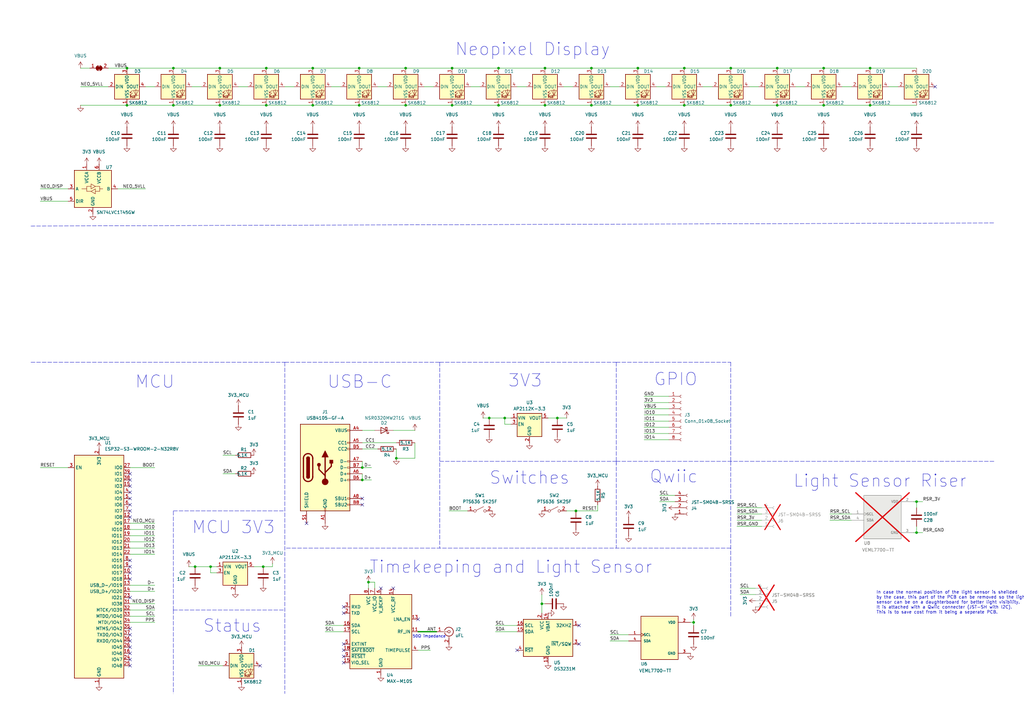
<source format=kicad_sch>
(kicad_sch (version 20231120) (generator "eeschema") (generator_version "8.0")
  (paper "A3")
  (title_block (title "Binary Neopixel Clock") (date "2024-03-11") (rev "R1") (company "besser"))
  (junction (at 147.32 27.94))
  (junction (at 109.22 27.94))
  (junction (at 52.07 27.94))
  (junction (at 299.72 43.18))
  (junction (at 151.13 238.76))
  (junction (at 200.66 171.45))
  (junction (at 109.22 43.18))
  (junction (at 148.59 196.85))
  (junction (at 284.48 255.27))
  (junction (at 207.01 171.45))
  (junction (at 80.01 232.41))
  (junction (at 299.72 27.94))
  (junction (at 185.42 43.18))
  (junction (at 222.25 247.65))
  (junction (at 337.82 27.94))
  (junction (at 223.52 27.94))
  (junction (at 356.87 27.94))
  (junction (at 223.52 43.18))
  (junction (at 318.77 27.94))
  (junction (at 71.12 27.94))
  (junction (at 280.67 43.18))
  (junction (at 166.37 27.94))
  (junction (at 261.62 43.18))
  (junction (at 148.59 191.77))
  (junction (at 90.17 27.94))
  (junction (at 242.57 43.18))
  (junction (at 128.27 43.18))
  (junction (at 242.57 27.94))
  (junction (at 71.12 43.18))
  (junction (at 280.67 27.94))
  (junction (at 236.22 209.55))
  (junction (at 204.47 43.18))
  (junction (at 356.87 43.18))
  (junction (at 162.56 187.96))
  (junction (at 128.27 27.94))
  (junction (at 90.17 43.18))
  (junction (at 166.37 43.18))
  (junction (at 52.07 43.18))
  (junction (at 261.62 27.94))
  (junction (at 337.82 43.18))
  (junction (at 147.32 43.18))
  (junction (at 204.47 27.94))
  (junction (at 86.36 232.41))
  (junction (at 107.95 232.41))
  (junction (at 318.77 43.18))
  (junction (at 375.92 205.74))
  (junction (at 185.42 27.94))
  (junction (at 228.6 171.45))
  (junction (at 375.92 218.44))
  (no_connect (at 53.34 229.87))
  (no_connect (at 161.29 241.3))
  (no_connect (at 237.49 264.16))
  (no_connect (at 53.34 245.11))
  (no_connect (at 53.34 232.41))
  (no_connect (at 53.34 273.05))
  (no_connect (at 106.68 273.05))
  (no_connect (at 140.97 248.92))
  (no_connect (at 140.97 264.16))
  (no_connect (at 140.97 271.78))
  (no_connect (at 53.34 209.55))
  (no_connect (at 237.49 256.54))
  (no_connect (at 140.97 269.24))
  (no_connect (at 383.54 35.56))
  (no_connect (at 53.34 207.01))
  (no_connect (at 53.34 199.39))
  (no_connect (at 140.97 266.7))
  (no_connect (at 171.45 254))
  (no_connect (at 125.73 214.63))
  (no_connect (at 53.34 270.51))
  (no_connect (at 53.34 267.97))
  (no_connect (at 53.34 234.95))
  (no_connect (at 53.34 260.35))
  (no_connect (at 53.34 194.31))
  (no_connect (at 212.09 266.7))
  (no_connect (at 148.59 204.47))
  (no_connect (at 140.97 251.46))
  (no_connect (at 53.34 237.49))
  (no_connect (at 53.34 212.09))
  (no_connect (at 156.21 241.3))
  (no_connect (at 53.34 204.47))
  (no_connect (at 53.34 265.43))
  (no_connect (at 53.34 257.81))
  (no_connect (at 148.59 207.01))
  (no_connect (at 53.34 196.85))
  (no_connect (at 53.34 262.89))
  (no_connect (at 53.34 201.93))
  (wire (pts (xy 261.62 43.18) (xy 280.67 43.18)))
  (wire (pts (xy 170.18 181.61) (xy 170.18 187.96)))
  (wire (pts (xy 90.17 27.94) (xy 109.22 27.94)))
  (wire (pts (xy 147.32 27.94) (xy 166.37 27.94)))
  (wire (pts (xy 71.12 43.18) (xy 90.17 43.18)))
  (wire (pts (xy 299.72 27.94) (xy 318.77 27.94)))
  (polyline (pts (xy 299.72 148.59) (xy 299.72 189.23)) (stroke (width 0) (type dash)))
  (wire (pts (xy 280.67 27.94) (xy 299.72 27.94)))
  (wire (pts (xy 276.86 203.2) (xy 270.51 203.2)))
  (wire (pts (xy 337.82 27.94) (xy 356.87 27.94)))
  (wire (pts (xy 171.45 259.08) (xy 179.07 259.08)) (stroke (width 0.508)))
  (wire (pts (xy 80.01 232.41) (xy 86.36 232.41)))
  (wire (pts (xy 91.44 194.31) (xy 96.52 194.31)))
  (wire (pts (xy 326.39 35.56) (xy 330.2 35.56)))
  (wire (pts (xy 148.59 191.77) (xy 152.4 191.77)))
  (wire (pts (xy 153.67 238.76) (xy 151.13 238.76)))
  (wire (pts (xy 97.79 35.56) (xy 101.6 35.56)))
  (wire (pts (xy 223.52 27.94) (xy 242.57 27.94)))
  (wire (pts (xy 140.97 259.08) (xy 133.35 259.08)))
  (wire (pts (xy 33.02 27.94) (xy 36.83 27.94)))
  (wire (pts (xy 375.92 205.74) (xy 375.92 208.28)))
  (wire (pts (xy 59.69 35.56) (xy 63.5 35.56)))
  (wire (pts (xy 109.22 27.94) (xy 128.27 27.94)))
  (wire (pts (xy 340.36 213.36) (xy 349.25 213.36)))
  (wire (pts (xy 374.65 205.74) (xy 375.92 205.74)))
  (wire (pts (xy 44.45 27.94) (xy 52.07 27.94)))
  (wire (pts (xy 312.42 210.82) (xy 302.26 210.82)))
  (wire (pts (xy 166.37 43.18) (xy 185.42 43.18)))
  (wire (pts (xy 33.02 35.56) (xy 44.45 35.56)))
  (wire (pts (xy 53.34 191.77) (xy 63.5 191.77)))
  (wire (pts (xy 166.37 27.94) (xy 185.42 27.94)))
  (wire (pts (xy 162.56 187.96) (xy 170.18 187.96)))
  (wire (pts (xy 173.99 35.56) (xy 177.8 35.56)))
  (wire (pts (xy 193.04 35.56) (xy 196.85 35.56)))
  (wire (pts (xy 53.34 222.25) (xy 63.5 222.25)))
  (wire (pts (xy 222.25 243.84) (xy 222.25 247.65)))
  (wire (pts (xy 375.92 215.9) (xy 375.92 218.44)))
  (wire (pts (xy 86.36 234.95) (xy 86.36 232.41)))
  (polyline (pts (xy 407.67 189.23) (xy 299.72 189.23)) (stroke (width 0) (type dash)))
  (wire (pts (xy 242.57 43.18) (xy 261.62 43.18)))
  (wire (pts (xy 33.02 43.18) (xy 52.07 43.18)))
  (wire (pts (xy 261.62 27.94) (xy 280.67 27.94)))
  (polyline (pts (xy 116.84 148.59) (xy 180.34 148.59)) (stroke (width 0) (type dash)))
  (wire (pts (xy 228.6 171.45) (xy 232.41 171.45)))
  (wire (pts (xy 116.84 35.56) (xy 120.65 35.56)))
  (wire (pts (xy 312.42 213.36) (xy 302.26 213.36)))
  (wire (pts (xy 185.42 43.18) (xy 204.47 43.18)))
  (wire (pts (xy 288.29 35.56) (xy 292.1 35.56)))
  (wire (pts (xy 274.32 172.72) (xy 264.16 172.72)))
  (polyline (pts (xy 116.84 148.59) (xy 116.84 284.48)) (stroke (width 0) (type dash)))
  (wire (pts (xy 53.34 214.63) (xy 63.5 214.63)))
  (wire (pts (xy 154.94 35.56) (xy 158.75 35.56)))
  (wire (pts (xy 274.32 170.18) (xy 264.16 170.18)))
  (wire (pts (xy 109.22 43.18) (xy 128.27 43.18)))
  (wire (pts (xy 148.59 176.53) (xy 153.67 176.53)))
  (wire (pts (xy 63.5 255.27) (xy 53.34 255.27)))
  (wire (pts (xy 284.48 256.54) (xy 284.48 255.27)))
  (wire (pts (xy 77.47 232.41) (xy 80.01 232.41)))
  (polyline (pts (xy 71.12 250.19) (xy 71.12 209.55)) (stroke (width 0) (type dash)))
  (wire (pts (xy 364.49 35.56) (xy 368.3 35.56)))
  (wire (pts (xy 274.32 180.34) (xy 264.16 180.34)))
  (wire (pts (xy 207.01 171.45) (xy 207.01 173.99)))
  (wire (pts (xy 345.44 35.56) (xy 349.25 35.56)))
  (wire (pts (xy 53.34 217.17) (xy 63.5 217.17)))
  (wire (pts (xy 299.72 43.18) (xy 318.77 43.18)))
  (wire (pts (xy 375.92 218.44) (xy 378.46 218.44)))
  (wire (pts (xy 250.19 260.35) (xy 257.81 260.35)))
  (polyline (pts (xy 12.7 148.59) (xy 116.84 148.59)) (stroke (width 0) (type dash)))
  (wire (pts (xy 207.01 173.99) (xy 209.55 173.99)))
  (wire (pts (xy 274.32 165.1) (xy 264.16 165.1)))
  (wire (pts (xy 307.34 35.56) (xy 311.15 35.56)))
  (wire (pts (xy 274.32 175.26) (xy 264.16 175.26)))
  (wire (pts (xy 104.14 232.41) (xy 107.95 232.41)))
  (wire (pts (xy 264.16 162.56) (xy 274.32 162.56)))
  (wire (pts (xy 147.32 43.18) (xy 166.37 43.18)))
  (wire (pts (xy 250.19 35.56) (xy 254 35.56)))
  (wire (pts (xy 222.25 247.65) (xy 222.25 251.46)))
  (wire (pts (xy 151.13 238.76) (xy 151.13 241.3)))
  (wire (pts (xy 148.59 194.31) (xy 148.59 196.85)))
  (wire (pts (xy 312.42 208.28) (xy 302.26 208.28)))
  (wire (pts (xy 303.53 243.84) (xy 309.88 243.84)))
  (wire (pts (xy 53.34 227.33) (xy 63.5 227.33)))
  (wire (pts (xy 340.36 210.82) (xy 349.25 210.82)))
  (wire (pts (xy 198.12 171.45) (xy 200.66 171.45)))
  (wire (pts (xy 203.2 259.08) (xy 212.09 259.08)))
  (wire (pts (xy 318.77 27.94) (xy 337.82 27.94)))
  (wire (pts (xy 53.34 224.79) (xy 63.5 224.79)))
  (wire (pts (xy 107.95 232.41) (xy 111.76 232.41)))
  (polyline (pts (xy 252.73 189.23) (xy 299.72 189.23)) (stroke (width 0) (type dash)))
  (polyline (pts (xy 180.34 189.23) (xy 252.73 189.23)) (stroke (width 0) (type dash)))
  (wire (pts (xy 337.82 43.18) (xy 356.87 43.18)))
  (wire (pts (xy 86.36 232.41) (xy 88.9 232.41)))
  (wire (pts (xy 135.89 35.56) (xy 139.7 35.56)))
  (wire (pts (xy 204.47 43.18) (xy 223.52 43.18)))
  (polyline (pts (xy 12.7 92.71) (xy 407.67 91.44)) (stroke (width 0) (type dash)))
  (wire (pts (xy 53.34 242.57) (xy 63.5 242.57)))
  (polyline (pts (xy 71.12 250.19) (xy 116.84 250.19)) (stroke (width 0) (type dash)))
  (wire (pts (xy 309.88 241.3) (xy 303.53 241.3)))
  (wire (pts (xy 133.35 256.54) (xy 140.97 256.54)))
  (wire (pts (xy 148.59 196.85) (xy 152.4 196.85)))
  (wire (pts (xy 250.19 262.89) (xy 257.81 262.89)))
  (wire (pts (xy 161.29 176.53) (xy 170.18 176.53)))
  (polyline (pts (xy 299.72 224.79) (xy 116.84 224.79)) (stroke (width 0) (type dash)))
  (wire (pts (xy 91.44 186.69) (xy 96.52 186.69)))
  (wire (pts (xy 185.42 27.94) (xy 204.47 27.94)))
  (wire (pts (xy 90.17 43.18) (xy 109.22 43.18)))
  (wire (pts (xy 245.11 209.55) (xy 236.22 209.55)))
  (wire (pts (xy 204.47 27.94) (xy 223.52 27.94)))
  (wire (pts (xy 171.45 266.7) (xy 176.53 266.7)))
  (wire (pts (xy 356.87 27.94) (xy 375.92 27.94)))
  (wire (pts (xy 16.51 82.55) (xy 27.94 82.55)))
  (wire (pts (xy 53.34 240.03) (xy 63.5 240.03)))
  (wire (pts (xy 48.26 77.47) (xy 59.69 77.47)))
  (wire (pts (xy 71.12 27.94) (xy 90.17 27.94)))
  (wire (pts (xy 312.42 215.9) (xy 302.26 215.9)))
  (wire (pts (xy 78.74 35.56) (xy 82.55 35.56)))
  (wire (pts (xy 212.09 35.56) (xy 215.9 35.56)))
  (wire (pts (xy 148.59 184.15) (xy 154.94 184.15)))
  (wire (pts (xy 356.87 43.18) (xy 375.92 43.18)))
  (wire (pts (xy 53.34 247.65) (xy 63.5 247.65)))
  (wire (pts (xy 224.79 171.45) (xy 228.6 171.45)))
  (wire (pts (xy 53.34 250.19) (xy 63.5 250.19)))
  (wire (pts (xy 223.52 247.65) (xy 222.25 247.65)))
  (wire (pts (xy 269.24 35.56) (xy 273.05 35.56)))
  (wire (pts (xy 128.27 27.94) (xy 147.32 27.94)))
  (polyline (pts (xy 252.73 189.23) (xy 252.73 224.79)) (stroke (width 0) (type dash)))
  (polyline (pts (xy 71.12 209.55) (xy 116.84 209.55)) (stroke (width 0) (type dash)))
  (wire (pts (xy 111.76 231.14) (xy 111.76 232.41)))
  (wire (pts (xy 200.66 171.45) (xy 207.01 171.45)))
  (wire (pts (xy 284.48 254) (xy 284.48 255.27)))
  (wire (pts (xy 16.51 191.77) (xy 27.94 191.77)))
  (wire (pts (xy 16.51 77.47) (xy 27.94 77.47)))
  (wire (pts (xy 283.21 255.27) (xy 284.48 255.27)))
  (wire (pts (xy 242.57 27.94) (xy 261.62 27.94)))
  (wire (pts (xy 207.01 171.45) (xy 209.55 171.45)))
  (wire (pts (xy 245.11 207.01) (xy 245.11 209.55)))
  (wire (pts (xy 212.09 256.54) (xy 203.2 256.54)))
  (wire (pts (xy 148.59 181.61) (xy 162.56 181.61)))
  (wire (pts (xy 153.67 241.3) (xy 153.67 238.76)))
  (polyline (pts (xy 299.72 189.23) (xy 299.72 224.79)) (stroke (width 0) (type dash)))
  (wire (pts (xy 280.67 43.18) (xy 299.72 43.18)))
  (wire (pts (xy 53.34 219.71) (xy 63.5 219.71)))
  (wire (pts (xy 128.27 43.18) (xy 147.32 43.18)))
  (wire (pts (xy 374.65 218.44) (xy 375.92 218.44)))
  (wire (pts (xy 231.14 35.56) (xy 234.95 35.56)))
  (wire (pts (xy 270.51 205.74) (xy 276.86 205.74)))
  (polyline (pts (xy 252.73 148.59) (xy 299.72 148.59)) (stroke (width 0) (type dash)))
  (wire (pts (xy 52.07 43.18) (xy 71.12 43.18)))
  (wire (pts (xy 223.52 43.18) (xy 242.57 43.18)))
  (wire (pts (xy 162.56 184.15) (xy 162.56 187.96)))
  (wire (pts (xy 53.34 252.73) (xy 63.5 252.73)))
  (wire (pts (xy 191.77 209.55) (xy 184.15 209.55)))
  (wire (pts (xy 148.59 189.23) (xy 148.59 191.77)))
  (wire (pts (xy 232.41 209.55) (xy 236.22 209.55)))
  (wire (pts (xy 88.9 234.95) (xy 86.36 234.95)))
  (polyline (pts (xy 180.34 148.59) (xy 252.73 148.59)) (stroke (width 0) (type dash)))
  (polyline (pts (xy 180.34 148.59) (xy 180.34 224.79)) (stroke (width 0) (type dash)))
  (wire (pts (xy 375.92 205.74) (xy 378.46 205.74)))
  (wire (pts (xy 274.32 177.8) (xy 264.16 177.8)))
  (wire (pts (xy 81.28 273.05) (xy 91.44 273.05)))
  (polyline (pts (xy 299.72 252.73) (xy 299.72 224.79)) (stroke (width 0) (type dash)))
  (polyline (pts (xy 252.73 148.59) (xy 252.73 190.5)) (stroke (width 0) (type dash)))
  (wire (pts (xy 318.77 43.18) (xy 337.82 43.18)))
  (polyline (pts (xy 71.12 250.19) (xy 71.12 284.48)) (stroke (width 0) (type dash)))
  (wire (pts (xy 274.32 167.64) (xy 264.16 167.64)))
  (wire (pts (xy 52.07 27.94) (xy 71.12 27.94)))
  (text "Neopixel Display" (at 218.44 20.32 0) (effects (font (size 5.08 5.08))))
  (text "MCU 3V3" (at 95.758 216.408 0) (effects (font (size 5.08 5.08))))
  (text "50Ω impedance" (at 176.022 261.112 0) (effects (font (size 1.143 1.143))))
  (text "In case the normal position of the light sensor is sheilded \nby the case, this part of the PCB can be removed so the light\nsensor can be on a daughterboard for better light visibility. \nIt is attached with a Qwiic connecter (JST-SH with I2C).\nThis is to save cost from it being a seperate PCB.\n" (at 359.41 247.142 0) (effects (font (size 1.27 1.27)) (justify left)))
  (text "GPIO" (at 277.114 155.702 0) (effects (font (size 5.08 5.08))))
  (text "USB-C\n" (at 147.574 156.718 0) (effects (font (size 5.08 5.08))))
  (text "3V3" (at 215.392 156.21 0) (effects (font (size 5.08 5.08))))
  (text "Timekeeping and Light Sensor\n" (at 209.55 232.664 0) (effects (font (size 5.08 5.08))))
  (text "MCU" (at 63.5 156.718 0) (effects (font (size 5.08 5.08))))
  (text "Status" (at 95.25 256.794 0) (effects (font (size 5.08 5.08))))
  (text "Qwiic\n" (at 276.352 195.58 0) (effects (font (size 5.08 5.08))))
  (text "Light Sensor Riser" (at 360.934 197.358 0) (effects (font (size 5.08 5.08))))
  (text "Switches" (at 217.17 196.088 0) (effects (font (size 5.08 5.08))))
  (label "RSR_SDA" (at 302.26 210.82 0))
  (label "IO13" (at 264.16 177.8 0))
  (label "SCL" (at 203.2 256.54 0))
  (label "D+" (at 152.4 196.85 180))
  (label "SDA" (at 91.44 194.31 0))
  (label "NEO_MCU" (at 63.5 214.63 180))
  (label "VBUS" (at 46.99 27.94 0))
  (label "D-" (at 63.5 240.03 180))
  (label "VBUS" (at 16.51 82.55 0))
  (label "PPS" (at 176.53 266.7 180))
  (label "SCL" (at 63.5 252.73 180))
  (label "RSR_SCL" (at 302.26 208.28 0))
  (label "RESET" (at 16.51 191.77 0))
  (label "RSR_3V" (at 378.46 205.74 0))
  (label "BOOT" (at 184.15 209.55 0))
  (label "RSR_SCL" (at 340.36 210.82 0))
  (label "IO11" (at 63.5 219.71 180))
  (label "SDA" (at 203.2 259.08 0))
  (label "NEO_5VLL" (at 33.02 35.56 0))
  (label "PPS" (at 63.5 255.27 180))
  (label "RSR_3V" (at 302.26 213.36 0))
  (label "SDA" (at 270.51 205.74 0))
  (label "D+" (at 63.5 242.57 180))
  (label "SDA" (at 303.53 243.84 0))
  (label "RSR_GND" (at 378.46 218.44 0))
  (label "RESET" (at 238.76 209.55 0))
  (label "NEO_DISP" (at 63.5 247.65 180))
  (label "3V3" (at 264.16 165.1 0))
  (label "IO12" (at 264.16 175.26 0))
  (label "SCL" (at 270.51 203.2 0))
  (label "BOOT" (at 63.5 191.77 180))
  (label "GND" (at 264.16 162.56 0))
  (label "NEO_DISP" (at 16.51 77.47 0))
  (label "VBUS" (at 264.16 167.64 0))
  (label "IO10" (at 264.16 170.18 0))
  (label "NEO_MCU" (at 81.28 273.05 0))
  (label "RSR_SDA" (at 340.36 213.36 0))
  (label "CC2" (at 149.86 184.15 0))
  (label "SCL" (at 303.53 241.3 0))
  (label "IO12" (at 63.5 222.25 180))
  (label "IO14" (at 264.16 180.34 0))
  (label "D-" (at 152.4 191.77 180))
  (label "SDA" (at 63.5 250.19 180))
  (label "SDA" (at 250.19 262.89 0))
  (label "SCL" (at 250.19 260.35 0))
  (label "CC1" (at 149.86 181.61 0))
  (label "SCL" (at 91.44 186.69 0))
  (label "IO11" (at 264.16 172.72 0))
  (label "ANT" (at 175.26 259.08 0))
  (label "SCL" (at 133.35 259.08 0))
  (label "SDA" (at 133.35 256.54 0))
  (label "RSR_GND" (at 302.26 215.9 0))
  (label "IO13" (at 63.5 224.79 180))
  (label "IO14" (at 63.5 227.33 180))
  (label "IO10" (at 63.5 217.17 180))
  (label "NEO_5VLL" (at 59.69 77.47 180))
  (symbol (lib_id "power:GND") (at 147.32 59.69 0) (mirror y) (unit 1)
    (property "Reference" "#PWR0145" (effects (hide yes)))
    (property "Value" "GND" (effects (hide yes)))
    (property "Description" "Power symbol creates a global label with name \"GND\" , ground" (effects (hide yes)))
  )
  (symbol (lib_id "power:GND") (at 33.02 43.18 0) (unit 1)
    (property "Reference" "#PWR0136" (effects (hide yes)))
    (property "Value" "GND" (effects (hide yes)))
    (property "Description" "Power symbol creates a global label with name \"GND\" , ground" (effects (hide yes)))
  )
  (symbol (lib_id "power:VBUS") (at 33.02 27.94 0) (unit 1)
    (property "Reference" "#PWR0135" (effects (hide yes)))
    (property "Value" "VBUS" (at 33.02 22.86 0))
    (property "Description" "Power symbol creates a global label with name \"VBUS\"" (effects (hide yes)))
  )
  (symbol (lib_id "power:GND") (at 156.21 276.86 0) (mirror y) (unit 1)
    (property "Reference" "#PWR0118" (effects (hide yes)))
    (property "Value" "GND" (effects (hide yes)))
    (property "Description" "Power symbol creates a global label with name \"GND\" , ground" (effects (hide yes)))
  )
  (symbol (lib_id "power:GND") (at 217.17 181.61 0) (unit 1)
    (property "Reference" "#PWR0116" (effects (hide yes)))
    (property "Value" "GND" (effects (hide yes)))
    (property "Description" "Power symbol creates a global label with name \"GND\" , ground" (effects (hide yes)))
  )
  (symbol (lib_id "LED:SK6812") (at 318.77 35.56 0) (unit 1)
    (property "Reference" "D17" (at 323.088 29.21 0))
    (property "Value" "SK6812" (at 323.342 42.164 0))
    (property "Footprint" "LED_SMD:LED_SK6812_PLCC4_5.0x5.0mm_P3.2mm" (effects (hide yes)))
    (property "Datasheet" "https://cdn-shop.adafruit.com/product-files/1138/SK6812+LED+datasheet+.pdf" (effects (hide yes)))
    (property "Description" "RGB LED with integrated controller" (effects (hide yes)))
  )
  (symbol (lib_id "Regulator_Linear:AP2112K-3.3") (at 96.52 234.95 0) (unit 1)
    (property "Reference" "U2" (at 96.52 226.06 0))
    (property "Value" "AP2112K-3.3" (at 96.52 228.6 0))
    (property "Footprint" "Package_TO_SOT_SMD:SOT-23-5" (effects (hide yes)))
    (property "Datasheet" "https://www.diodes.com/assets/Datasheets/AP2112.pdf" (effects (hide yes)))
    (property "Description" "600mA low dropout linear regulator, with enable pin, 3.8V-6V input voltage range, 3.3V fixed positive output, SOT-23-5" (effects (hide yes)))
  )
  (symbol (lib_id "Device:C") (at 90.17 55.88 0) (mirror x) (unit 1)
    (property "Reference" "C12" (at 87.376 54.61 0) (effects (justify right)))
    (property "Value" "100nF" (at 87.376 57.15 0) (effects (justify right)))
    (property "Footprint" "Capacitor_SMD:C_0603_1608Metric" (effects (hide yes)))
    (property "Description" "Unpolarized capacitor" (effects (hide yes)))
  )
  (symbol (lib_id "LED:SK6812") (at 204.47 35.56 0) (unit 1)
    (property "Reference" "D11" (at 208.788 29.21 0))
    (property "Value" "SK6812" (at 209.042 42.164 0))
    (property "Footprint" "LED_SMD:LED_SK6812_PLCC4_5.0x5.0mm_P3.2mm" (effects (hide yes)))
    (property "Datasheet" "https://cdn-shop.adafruit.com/product-files/1138/SK6812+LED+datasheet+.pdf" (effects (hide yes)))
    (property "Description" "RGB LED with integrated controller" (effects (hide yes)))
  )
  (symbol (lib_id "power:GND") (at 204.47 59.69 0) (mirror y) (unit 1)
    (property "Reference" "#PWR0164" (effects (hide yes)))
    (property "Value" "GND" (effects (hide yes)))
    (property "Description" "Power symbol creates a global label with name \"GND\" , ground" (effects (hide yes)))
  )
  (symbol (lib_id "power:GND") (at 299.72 59.69 0) (mirror y) (unit 1)
    (property "Reference" "#PWR0143" (effects (hide yes)))
    (property "Value" "GND" (effects (hide yes)))
    (property "Description" "Power symbol creates a global label with name \"GND\" , ground" (effects (hide yes)))
  )
  (symbol (lib_id "LED:SK6812") (at 99.06 273.05 0) (unit 1)
    (property "Reference" "D1" (at 103.378 266.7 0))
    (property "Value" "SK6812" (at 103.632 279.654 0))
    (property "Footprint" "LED_SMD:LED_SK6812_PLCC4_5.0x5.0mm_P3.2mm" (effects (hide yes)))
    (property "Datasheet" "https://cdn-shop.adafruit.com/product-files/1138/SK6812+LED+datasheet+.pdf" (effects (hide yes)))
    (property "Description" "RGB LED with integrated controller" (effects (hide yes)))
  )
  (symbol (lib_id "power:+5V") (at 128.27 52.07 0) (unit 1)
    (property "Reference" "#PWR0140" (effects (hide yes)))
    (property "Value" "VBUS" (at 128.27 46.99 0))
    (property "Description" "Power symbol creates a global label with name \"+5V\"" (effects (hide yes)))
  )
  (symbol (lib_id "power:GND") (at 309.88 248.92 0) (unit 1)
    (property "Reference" "#PWR04" (effects (hide yes)))
    (property "Value" "GND" (effects (hide yes)))
    (property "Description" "Power symbol creates a global label with name \"GND\" , ground" (effects (hide yes)))
  )
  (symbol (lib_id "Device:C") (at 80.01 236.22 0) (mirror x) (unit 1)
    (property "Reference" "C2" (at 76.2 234.9499 0) (effects (justify right)))
    (property "Value" "1uF" (at 76.2 237.4899 0) (effects (justify right)))
    (property "Footprint" "Capacitor_SMD:C_0603_1608Metric" (effects (hide yes)))
    (property "Description" "Unpolarized capacitor" (effects (hide yes)))
  )
  (symbol (lib_id "Device:C") (at 166.37 55.88 0) (mirror x) (unit 1)
    (property "Reference" "C16" (at 163.576 54.61 0) (effects (justify right)))
    (property "Value" "100nF" (at 163.576 57.15 0) (effects (justify right)))
    (property "Footprint" "Capacitor_SMD:C_0603_1608Metric" (effects (hide yes)))
    (property "Description" "Unpolarized capacitor" (effects (hide yes)))
  )
  (symbol (lib_id "LED:SK6812") (at 375.92 35.56 0) (unit 1)
    (property "Reference" "D20" (at 380.238 29.21 0))
    (property "Value" "SK6812" (at 380.492 42.164 0))
    (property "Footprint" "LED_SMD:LED_SK6812_PLCC4_5.0x5.0mm_P3.2mm" (effects (hide yes)))
    (property "Datasheet" "https://cdn-shop.adafruit.com/product-files/1138/SK6812+LED+datasheet+.pdf" (effects (hide yes)))
    (property "Description" "RGB LED with integrated controller" (effects (hide yes)))
  )
  (symbol (lib_id "power:GND") (at 231.14 247.65 0) (unit 1)
    (property "Reference" "#PWR0109" (effects (hide yes)))
    (property "Value" "GND" (effects (hide yes)))
    (property "Description" "Power symbol creates a global label with name \"GND\" , ground" (effects (hide yes)))
  )
  (symbol (lib_id "power:GND") (at 99.06 280.67 0) (mirror y) (unit 1)
    (property "Reference" "#PWR0165" (effects (hide yes)))
    (property "Value" "GND" (effects (hide yes)))
    (property "Description" "Power symbol creates a global label with name \"GND\" , ground" (effects (hide yes)))
  )
  (symbol (lib_id "Logic_LevelTranslator:SN74LVC1T45DRL") (at 38.1 77.47 0) (unit 1)
    (property "Reference" "U7" (at 44.704 68.58 0))
    (property "Value" "SN74LVC1T45GW" (at 47.498 87.122 0))
    (property "Footprint" "Package_TO_SOT_SMD:SOT-363_SC-70-6" (effects (hide yes)))
    (property "Datasheet" "http://www.ti.com/lit/ds/symlink/sn74lvc1t45.pdf" (effects (hide yes)))
    (property "Description" "Single-Bit Dual-Supply Bus Transceiver With Configurable Voltage Translation and 3-State Outputs, SOT-563" (effects (hide yes)))
  )
  (symbol (lib_id "power:+3V3") (at 284.48 254 0) (unit 1)
    (property "Reference" "#PWR0103" (effects (hide yes)))
    (property "Value" "3V3" (at 284.48 249.682 0))
    (property "Description" "Power symbol creates a global label with name \"+3V3\"" (effects (hide yes)))
  )
  (symbol (lib_id "power:+5V") (at 299.72 52.07 0) (unit 1)
    (property "Reference" "#PWR0137" (effects (hide yes)))
    (property "Value" "VBUS" (at 299.72 46.99 0))
    (property "Description" "Power symbol creates a global label with name \"+5V\"" (effects (hide yes)))
  )
  (symbol (lib_id "Device:C") (at 227.33 247.65 90) (mirror x) (unit 1)
    (property "Reference" "C6" (at 228.6 244.856 0) (effects (justify right)))
    (property "Value" "100nF" (at 226.06 244.856 0) (effects (justify right)))
    (property "Footprint" "Capacitor_SMD:C_0603_1608Metric" (effects (hide yes)))
    (property "Description" "Unpolarized capacitor" (effects (hide yes)))
  )
  (symbol (lib_id "power:GND") (at 280.67 59.69 0) (mirror y) (unit 1)
    (property "Reference" "#PWR0153" (effects (hide yes)))
    (property "Value" "GND" (effects (hide yes)))
    (property "Description" "Power symbol creates a global label with name \"GND\" , ground" (effects (hide yes)))
  )
  (symbol (lib_id "power:+5V") (at 185.42 52.07 0) (unit 1)
    (property "Reference" "#PWR0159" (effects (hide yes)))
    (property "Value" "VBUS" (at 185.42 46.99 0))
    (property "Description" "Power symbol creates a global label with name \"+5V\"" (effects (hide yes)))
  )
  (symbol (lib_id "power:+3V3") (at 309.88 246.38 90) (unit 1)
    (property "Reference" "#PWR03" (effects (hide yes)))
    (property "Value" "3V3" (at 305.562 246.38 0))
    (property "Description" "Power symbol creates a global label with name \"+3V3\"" (effects (hide yes)))
  )
  (symbol (lib_id "Device:C") (at 228.6 175.26 0) (unit 1)
    (property "Reference" "C5" (at 232.41 173.99 0) (effects (justify left)))
    (property "Value" "1uF" (at 232.41 176.53 0) (effects (justify left)))
    (property "Footprint" "Capacitor_SMD:C_0603_1608Metric" (effects (hide yes)))
    (property "Description" "Unpolarized capacitor" (effects (hide yes)))
  )
  (symbol (lib_id "RF_GPS:MAX-M10S") (at 156.21 259.08 0) (unit 1)
    (property "Reference" "U4" (at 158.5334 276.86 0) (effects (justify left)))
    (property "Value" "MAX-M10S" (at 158.5334 279.4 0) (effects (justify left)))
    (property "Footprint" "RF_GPS:ublox_MAX" (effects (hide yes)))
    (property "Datasheet" "https://content.u-blox.com/sites/default/files/MAX-M10S_DataSheet_UBX-20035208.pdf" (effects (hide yes)))
    (property "Description" "GNSS Module MAX M10, VCC 1.65V to 3.6V" (effects (hide yes)))
  )
  (symbol (lib_id "power:+3V3") (at 35.56 67.31 0) (unit 1)
    (property "Reference" "#PWR0129" (effects (hide yes)))
    (property "Value" "3V3" (at 35.56 62.23 0))
    (property "Description" "Power symbol creates a global label with name \"+3V3\"" (effects (hide yes)))
  )
  (symbol (lib_id "Device:R") (at 100.33 194.31 90) (unit 1)
    (property "Reference" "R2" (at 101.346 192.024 90) (effects (justify left)))
    (property "Value" "5.1K" (at 101.6 194.31 90) (effects (justify left)))
    (property "Footprint" "Capacitor_SMD:C_0603_1608Metric" (effects (hide yes)))
    (property "Description" "Resistor" (effects (hide yes)))
  )
  (symbol (lib_id "power:GND") (at 261.62 59.69 0) (mirror y) (unit 1)
    (property "Reference" "#PWR0156" (effects (hide yes)))
    (property "Value" "GND" (effects (hide yes)))
    (property "Description" "Power symbol creates a global label with name \"GND\" , ground" (effects (hide yes)))
  )
  (symbol (lib_id "LED:SK6812") (at 128.27 35.56 0) (unit 1)
    (property "Reference" "D7" (at 132.588 29.21 0))
    (property "Value" "SK6812" (at 132.842 42.164 0))
    (property "Footprint" "LED_SMD:LED_SK6812_PLCC4_5.0x5.0mm_P3.2mm" (effects (hide yes)))
    (property "Datasheet" "https://cdn-shop.adafruit.com/product-files/1138/SK6812+LED+datasheet+.pdf" (effects (hide yes)))
    (property "Description" "RGB LED with integrated controller" (effects (hide yes)))
  )
  (symbol (lib_id "power:+3V3") (at 245.11 199.39 0) (unit 1)
    (property "Reference" "#PWR0119" (effects (hide yes)))
    (property "Value" "3V3_MCU" (at 245.11 195.072 0))
    (property "Description" "Power symbol creates a global label with name \"+3V3\"" (effects (hide yes)))
  )
  (symbol (lib_id "power:GND") (at 38.1 87.63 0) (unit 1)
    (property "Reference" "#PWR0130" (effects (hide yes)))
    (property "Value" "GND" (effects (hide yes)))
    (property "Description" "Power symbol creates a global label with name \"GND\" , ground" (effects (hide yes)))
  )
  (symbol (lib_id "power:GND") (at 185.42 59.69 0) (mirror y) (unit 1)
    (property "Reference" "#PWR0160" (effects (hide yes)))
    (property "Value" "GND" (effects (hide yes)))
    (property "Description" "Power symbol creates a global label with name \"GND\" , ground" (effects (hide yes)))
  )
  (symbol (lib_id "power:GND") (at 283.21 267.97 0) (unit 1)
    (property "Reference" "#PWR0102" (effects (hide yes)))
    (property "Value" "GND" (effects (hide yes)))
    (property "Description" "Power symbol creates a global label with name \"GND\" , ground" (effects (hide yes)))
  )
  (symbol (lib_id "Device:C") (at 147.32 55.88 0) (mirror x) (unit 1)
    (property "Reference" "C15" (at 144.526 54.61 0) (effects (justify right)))
    (property "Value" "100nF" (at 144.526 57.15 0) (effects (justify right)))
    (property "Footprint" "Capacitor_SMD:C_0603_1608Metric" (effects (hide yes)))
    (property "Description" "Unpolarized capacitor" (effects (hide yes)))
  )
  (symbol (lib_id "LED:SK6812") (at 90.17 35.56 0) (unit 1)
    (property "Reference" "D5" (at 94.488 29.21 0))
    (property "Value" "SK6812" (at 94.742 42.164 0))
    (property "Footprint" "LED_SMD:LED_SK6812_PLCC4_5.0x5.0mm_P3.2mm" (effects (hide yes)))
    (property "Datasheet" "https://cdn-shop.adafruit.com/product-files/1138/SK6812+LED+datasheet+.pdf" (effects (hide yes)))
    (property "Description" "RGB LED with integrated controller" (effects (hide yes)))
  )
  (symbol (lib_id "power:+5V") (at 198.12 171.45 0) (unit 1)
    (property "Reference" "#PWR0121" (effects (hide yes)))
    (property "Value" "VBUS" (at 198.12 166.37 0))
    (property "Description" "Power symbol creates a global label with name \"+5V\"" (effects (hide yes)))
  )
  (symbol (lib_id "power:GND") (at 356.87 59.69 0) (mirror y) (unit 1)
    (property "Reference" "#PWR0152" (effects (hide yes)))
    (property "Value" "GND" (effects (hide yes)))
    (property "Description" "Power symbol creates a global label with name \"GND\" , ground" (effects (hide yes)))
  )
  (symbol (lib_id "power:+3V3") (at 104.14 194.31 0) (unit 1)
    (property "Reference" "#PWR0169" (effects (hide yes)))
    (property "Value" "3V3" (at 104.14 189.992 0))
    (property "Description" "Power symbol creates a global label with name \"+3V3\"" (effects (hide yes)))
  )
  (symbol (lib_id "Device:C") (at 375.92 55.88 0) (mirror x) (unit 1)
    (property "Reference" "C27" (at 373.126 54.61 0) (effects (justify right)))
    (property "Value" "100nF" (at 373.126 57.15 0) (effects (justify right)))
    (property "Footprint" "Capacitor_SMD:C_0603_1608Metric" (effects (hide yes)))
    (property "Description" "Unpolarized capacitor" (effects (hide yes)))
  )
  (symbol (lib_id "power:+3V3") (at 257.81 212.09 0) (unit 1)
    (property "Reference" "#PWR01" (effects (hide yes)))
    (property "Value" "3V3" (at 257.81 207.772 0))
    (property "Description" "Power symbol creates a global label with name \"+3V3\"" (effects (hide yes)))
  )
  (symbol (lib_id "Regulator_Linear:AP2112K-3.3") (at 217.17 173.99 0) (unit 1)
    (property "Reference" "U3" (at 217.17 165.1 0))
    (property "Value" "AP2112K-3.3" (at 217.17 167.64 0))
    (property "Footprint" "Package_TO_SOT_SMD:SOT-23-5" (effects (hide yes)))
    (property "Datasheet" "https://www.diodes.com/assets/Datasheets/AP2112.pdf" (effects (hide yes)))
    (property "Description" "600mA low dropout linear regulator, with enable pin, 3.8V-6V input voltage range, 3.3V fixed positive output, SOT-23-5" (effects (hide yes)))
  )
  (symbol (lib_id "power:GND") (at 200.66 179.07 0) (unit 1)
    (property "Reference" "#PWR0113" (effects (hide yes)))
    (property "Value" "GND" (effects (hide yes)))
    (property "Description" "Power symbol creates a global label with name \"GND\" , ground" (effects (hide yes)))
  )
  (symbol (lib_id "power:GND") (at 52.07 59.69 0) (mirror y) (unit 1)
    (property "Reference" "#PWR0132" (effects (hide yes)))
    (property "Value" "GND" (effects (hide yes)))
    (property "Description" "Power symbol creates a global label with name \"GND\" , ground" (effects (hide yes)))
  )
  (symbol (lib_id "Device:C") (at 185.42 55.88 0) (mirror x) (unit 1)
    (property "Reference" "C17" (at 182.626 54.61 0) (effects (justify right)))
    (property "Value" "100nF" (at 182.626 57.15 0) (effects (justify right)))
    (property "Footprint" "Capacitor_SMD:C_0603_1608Metric" (effects (hide yes)))
    (property "Description" "Unpolarized capacitor" (effects (hide yes)))
  )
  (symbol (lib_id "Diode:NSR0340HT1G") (at 157.48 176.53 180) (unit 1)
    (property "Reference" "D2" (at 157.48 173.482 0))
    (property "Value" "NSR0320MW2T1G" (at 157.734 171.45 0))
    (property "Footprint" "Diode_SMD:D_SOD-323" (effects (hide yes)))
    (property "Description" "20V 1A Schottky Diode, SOD-323" (effects (hide yes)))
  )
  (symbol (lib_id "power:+3V3") (at 276.86 208.28 90) (unit 1)
    (property "Reference" "#PWR0106" (effects (hide yes)))
    (property "Value" "3V3" (at 272.542 208.28 0))
    (property "Description" "Power symbol creates a global label with name \"+3V3\"" (effects (hide yes)))
  )
  (symbol (lib_id "power:+3V3") (at 111.76 231.14 0) (unit 1)
    (property "Reference" "#PWR0177" (effects (hide yes)))
    (property "Value" "3V3_MCU" (at 111.76 226.822 0))
    (property "Description" "Power symbol creates a global label with name \"+3V3\"" (effects (hide yes)))
  )
  (symbol (lib_id "power:+5V") (at 337.82 52.07 0) (unit 1)
    (property "Reference" "#PWR0148" (effects (hide yes)))
    (property "Value" "VBUS" (at 337.82 46.99 0))
    (property "Description" "Power symbol creates a global label with name \"+5V\"" (effects (hide yes)))
  )
  (symbol (lib_id "power:+5V") (at 166.37 52.07 0) (unit 1)
    (property "Reference" "#PWR0141" (effects (hide yes)))
    (property "Value" "VBUS" (at 166.37 46.99 0))
    (property "Description" "Power symbol creates a global label with name \"+5V\"" (effects (hide yes)))
  )
  (symbol (lib_id "power:GND") (at 222.25 209.55 0) (unit 1)
    (property "Reference" "#PWR0115" (effects (hide yes)))
    (property "Value" "GND" (effects (hide yes)))
    (property "Description" "Power symbol creates a global label with name \"GND\" , ground" (effects (hide yes)))
  )
  (symbol (lib_id "power:+3V3") (at 222.25 243.84 0) (unit 1)
    (property "Reference" "#PWR0111" (effects (hide yes)))
    (property "Value" "3V3" (at 222.25 239.522 0))
    (property "Description" "Power symbol creates a global label with name \"+3V3\"" (effects (hide yes)))
  )
  (symbol (lib_id "Device:C") (at 109.22 55.88 0) (mirror x) (unit 1)
    (property "Reference" "C13" (at 106.426 54.61 0) (effects (justify right)))
    (property "Value" "100nF" (at 106.426 57.15 0) (effects (justify right)))
    (property "Footprint" "Capacitor_SMD:C_0603_1608Metric" (effects (hide yes)))
    (property "Description" "Unpolarized capacitor" (effects (hide yes)))
  )
  (symbol (lib_id "LED:SK6812") (at 166.37 35.56 0) (unit 1)
    (property "Reference" "D9" (at 170.688 29.21 0))
    (property "Value" "SK6812" (at 170.942 42.164 0))
    (property "Footprint" "LED_SMD:LED_SK6812_PLCC4_5.0x5.0mm_P3.2mm" (effects (hide yes)))
    (property "Datasheet" "https://cdn-shop.adafruit.com/product-files/1138/SK6812+LED+datasheet+.pdf" (effects (hide yes)))
    (property "Description" "RGB LED with integrated controller" (effects (hide yes)))
  )
  (symbol (lib_id "Device:C") (at 52.07 55.88 0) (mirror x) (unit 1)
    (property "Reference" "C10" (at 49.276 54.61 0) (effects (justify right)))
    (property "Value" "100nF" (at 49.276 57.15 0) (effects (justify right)))
    (property "Footprint" "Capacitor_SMD:C_0603_1608Metric" (effects (hide yes)))
    (property "Description" "Unpolarized capacitor" (effects (hide yes)))
  )
  (symbol (lib_id "power:+5V") (at 90.17 52.07 0) (unit 1)
    (property "Reference" "#PWR0125" (effects (hide yes)))
    (property "Value" "VBUS" (at 90.17 46.99 0))
    (property "Description" "Power symbol creates a global label with name \"+5V\"" (effects (hide yes)))
  )
  (symbol (lib_id "power:+5V") (at 109.22 52.07 0) (unit 1)
    (property "Reference" "#PWR0127" (effects (hide yes)))
    (property "Value" "VBUS" (at 109.22 46.99 0))
    (property "Description" "Power symbol creates a global label with name \"+5V\"" (effects (hide yes)))
  )
  (symbol (lib_id "Connector:Conn_01x04_Socket") (at 281.94 208.28 0) (mirror x) (unit 1)
    (property "Reference" "J4" (at 283.464 208.534 0) (effects (justify left)))
    (property "Value" "JST-SM04B-SRSS" (at 283.464 205.994 0) (effects (justify left)))
    (property "Footprint" "besser_footprints:JST_SH_SM04B-SRSS-TB_1x04-1MP_P1.00mm_Horizontal" (effects (hide yes)))
    (property "Description" "Generic connector, single row, 01x04, script generated" (effects (hide yes)))
  )
  (symbol (lib_id "power:GND") (at 223.52 59.69 0) (mirror y) (unit 1)
    (property "Reference" "#PWR0163" (effects (hide yes)))
    (property "Value" "GND" (effects (hide yes)))
    (property "Description" "Power symbol creates a global label with name \"GND\" , ground" (effects (hide yes)))
  )
  (symbol (lib_id "Connector:USB_C_Receptacle_USB2.0_16P") (at 133.35 191.77 0) (unit 1)
    (property "Reference" "J1" (at 133.35 168.91 0))
    (property "Value" "USB4105-GF-A" (at 133.35 171.45 0))
    (property "Footprint" "Connector_USB:USB_C_Receptacle_GCT_USB4105-xx-A_16P_TopMnt_Horizontal" (effects (hide yes)))
    (property "Datasheet" "https://www.usb.org/sites/default/files/documents/usb_type-c.zip" (effects (hide yes)))
    (property "Description" "USB 2.0-only 16P Type-C Receptacle connector" (effects (hide yes)))
  )
  (symbol (lib_id "VEML7700-TT:VEML7700-TT") (at 270.51 262.89 0) (unit 1)
    (property "Reference" "U6" (at 264.16 272.288 0))
    (property "Value" "VEML7700-TT" (at 268.732 275.082 0))
    (property "Footprint" "besser_footprints:VEML7700" (effects (hide yes)))
    (property "PARTREV" "1.6" (effects (hide yes)))
    (property "STANDARD" "Manufacturer Recommendations" (effects (hide yes)))
    (property "SNAPEDA_PN" "VEML7700-TT" (effects (hide yes)))
    (property "MAXIMUM_PACKAGE_HEIGHT" "2.35 mm" (effects (hide yes)))
    (property "MANUFACTURER" "Vishay" (effects (hide yes)))
  )
  (symbol (lib_id "Device:C") (at 356.87 55.88 0) (mirror x) (unit 1)
    (property "Reference" "C26" (at 354.076 54.61 0) (effects (justify right)))
    (property "Value" "100nF" (at 354.076 57.15 0) (effects (justify right)))
    (property "Footprint" "Capacitor_SMD:C_0603_1608Metric" (effects (hide yes)))
    (property "Description" "Unpolarized capacitor" (effects (hide yes)))
  )
  (symbol (lib_id "power:GND") (at 90.17 59.69 0) (mirror y) (unit 1)
    (property "Reference" "#PWR0126" (effects (hide yes)))
    (property "Value" "GND" (effects (hide yes)))
    (property "Description" "Power symbol creates a global label with name \"GND\" , ground" (effects (hide yes)))
  )
  (symbol (lib_id "Device:C") (at 236.22 213.36 0) (unit 1)
    (property "Reference" "C8" (at 240.03 212.09 0) (effects (justify left)))
    (property "Value" "1uF" (at 240.03 214.63 0) (effects (justify left)))
    (property "Footprint" "Capacitor_SMD:C_0603_1608Metric" (effects (hide yes)))
    (property "Description" "Unpolarized capacitor" (effects (hide yes)))
  )
  (symbol (lib_id "power:GND") (at 96.52 242.57 0) (unit 1)
    (property "Reference" "#PWR0172" (effects (hide yes)))
    (property "Value" "GND" (effects (hide yes)))
    (property "Description" "Power symbol creates a global label with name \"GND\" , ground" (effects (hide yes)))
  )
  (symbol (lib_id "power:+5V") (at 52.07 52.07 0) (unit 1)
    (property "Reference" "#PWR0133" (effects (hide yes)))
    (property "Value" "VBUS" (at 52.07 46.99 0))
    (property "Description" "Power symbol creates a global label with name \"+5V\"" (effects (hide yes)))
  )
  (symbol (lib_id "Device:C") (at 318.77 55.88 0) (mirror x) (unit 1)
    (property "Reference" "C24" (at 315.976 54.61 0) (effects (justify right)))
    (property "Value" "100nF" (at 315.976 57.15 0) (effects (justify right)))
    (property "Footprint" "Capacitor_SMD:C_0603_1608Metric" (effects (hide yes)))
    (property "Description" "Unpolarized capacitor" (effects (hide yes)))
  )
  (symbol (lib_id "Device:C") (at 337.82 55.88 0) (mirror x) (unit 1)
    (property "Reference" "C25" (at 335.026 54.61 0) (effects (justify right)))
    (property "Value" "100nF" (at 335.026 57.15 0) (effects (justify right)))
    (property "Footprint" "Capacitor_SMD:C_0603_1608Metric" (effects (hide yes)))
    (property "Description" "Unpolarized capacitor" (effects (hide yes)))
  )
  (symbol (lib_id "power:+5V") (at 356.87 52.07 0) (unit 1)
    (property "Reference" "#PWR0151" (effects (hide yes)))
    (property "Value" "VBUS" (at 356.87 46.99 0))
    (property "Description" "Power symbol creates a global label with name \"+5V\"" (effects (hide yes)))
  )
  (symbol (lib_id "power:GND") (at 375.92 59.69 0) (mirror y) (unit 1)
    (property "Reference" "#PWR0144" (effects (hide yes)))
    (property "Value" "GND" (effects (hide yes)))
    (property "Description" "Power symbol creates a global label with name \"GND\" , ground" (effects (hide yes)))
  )
  (symbol (lib_id "Device:R") (at 245.11 203.2 0) (mirror x) (unit 1)
    (property "Reference" "R5" (at 247.396 203.2 90))
    (property "Value" "5.1K" (at 245.364 203.2 90))
    (property "Footprint" "Capacitor_SMD:C_0603_1608Metric" (effects (hide yes)))
    (property "Description" "Resistor" (effects (hide yes)))
  )
  (symbol (lib_id "power:+5V") (at 375.92 52.07 0) (unit 1)
    (property "Reference" "#PWR0138" (effects (hide yes)))
    (property "Value" "VBUS" (at 375.92 46.99 0))
    (property "Description" "Power symbol creates a global label with name \"+5V\"" (effects (hide yes)))
  )
  (symbol (lib_id "Device:C") (at 223.52 55.88 0) (mirror x) (unit 1)
    (property "Reference" "C19" (at 220.726 54.61 0) (effects (justify right)))
    (property "Value" "100nF" (at 220.726 57.15 0) (effects (justify right)))
    (property "Footprint" "Capacitor_SMD:C_0603_1608Metric" (effects (hide yes)))
    (property "Description" "Unpolarized capacitor" (effects (hide yes)))
  )
  (symbol (lib_id "power:GND") (at 242.57 59.69 0) (mirror y) (unit 1)
    (property "Reference" "#PWR0158" (effects (hide yes)))
    (property "Value" "GND" (effects (hide yes)))
    (property "Description" "Power symbol creates a global label with name \"GND\" , ground" (effects (hide yes)))
  )
  (symbol (lib_id "power:+5V") (at 71.12 52.07 0) (unit 1)
    (property "Reference" "#PWR0131" (effects (hide yes)))
    (property "Value" "VBUS" (at 71.12 46.99 0))
    (property "Description" "Power symbol creates a global label with name \"+5V\"" (effects (hide yes)))
  )
  (symbol (lib_id "power:GND") (at 166.37 59.69 0) (mirror y) (unit 1)
    (property "Reference" "#PWR0142" (effects (hide yes)))
    (property "Value" "GND" (effects (hide yes)))
    (property "Description" "Power symbol creates a global label with name \"GND\" , ground" (effects (hide yes)))
  )
  (symbol (lib_id "power:GND") (at 133.35 214.63 0) (unit 1)
    (property "Reference" "#PWR0170" (effects (hide yes)))
    (property "Value" "GND" (effects (hide yes)))
    (property "Description" "Power symbol creates a global label with name \"GND\" , ground" (effects (hide yes)))
  )
  (symbol (lib_id "Connector:Conn_01x04_Socket") (at 314.96 246.38 0) (mirror x) (unit 1) (in_bom no) (dnp yes)
    (property "Reference" "J5" (at 316.484 246.634 0) (effects (justify left)))
    (property "Value" "JST-SM04B-SRSS" (at 316.484 244.094 0) (effects (justify left)))
    (property "Footprint" "besser_footprints:JST_SH_SM04B-SRSS-TB_1x04-1MP_P1.00mm_Horizontal" (effects (hide yes)))
    (property "Description" "Generic connector, single row, 01x04, script generated" (effects (hide yes)))
  )
  (symbol (lib_id "power:GND") (at 97.79 173.99 0) (unit 1)
    (property "Reference" "#PWR0166" (effects (hide yes)))
    (property "Value" "GND" (effects (hide yes)))
    (property "Description" "Power symbol creates a global label with name \"GND\" , ground" (effects (hide yes)))
  )
  (symbol (lib_id "VEML7700-TT:VEML7700-TT") (at 361.95 213.36 0) (unit 1) (dnp yes)
    (property "Reference" "U8" (at 355.6 222.758 0))
    (property "Value" "VEML7700-TT" (at 360.172 225.552 0))
    (property "Footprint" "besser_footprints:VEML7700" (effects (hide yes)))
    (property "PARTREV" "1.6" (effects (hide yes)))
    (property "STANDARD" "Manufacturer Recommendations" (effects (hide yes)))
    (property "SNAPEDA_PN" "VEML7700-TT" (effects (hide yes)))
    (property "MAXIMUM_PACKAGE_HEIGHT" "2.35 mm" (effects (hide yes)))
    (property "MANUFACTURER" "Vishay" (effects (hide yes)))
  )
  (symbol (lib_id "power:+5V") (at 204.47 52.07 0) (unit 1)
    (property "Reference" "#PWR0162" (effects (hide yes)))
    (property "Value" "VBUS" (at 204.47 46.99 0))
    (property "Description" "Power symbol creates a global label with name \"+5V\"" (effects (hide yes)))
  )
  (symbol (lib_id "power:+5V") (at 223.52 52.07 0) (unit 1)
    (property "Reference" "#PWR0161" (effects (hide yes)))
    (property "Value" "VBUS" (at 223.52 46.99 0))
    (property "Description" "Power symbol creates a global label with name \"+5V\"" (effects (hide yes)))
  )
  (symbol (lib_id "power:+3V3") (at 97.79 166.37 0) (unit 1)
    (property "Reference" "#PWR0167" (effects (hide yes)))
    (property "Value" "3V3_MCU" (at 97.79 162.052 0))
    (property "Description" "Power symbol creates a global label with name \"+3V3\"" (effects (hide yes)))
  )
  (symbol (lib_id "power:GND") (at 228.6 179.07 0) (unit 1)
    (property "Reference" "#PWR0117" (effects (hide yes)))
    (property "Value" "GND" (effects (hide yes)))
    (property "Description" "Power symbol creates a global label with name \"GND\" , ground" (effects (hide yes)))
  )
  (symbol (lib_id "power:GND") (at 257.81 219.71 0) (unit 1)
    (property "Reference" "#PWR02" (effects (hide yes)))
    (property "Value" "GND" (effects (hide yes)))
    (property "Description" "Power symbol creates a global label with name \"GND\" , ground" (effects (hide yes)))
  )
  (symbol (lib_id "LED:SK6812") (at 147.32 35.56 0) (unit 1)
    (property "Reference" "D8" (at 151.638 29.21 0))
    (property "Value" "SK6812" (at 151.892 42.164 0))
    (property "Footprint" "LED_SMD:LED_SK6812_PLCC4_5.0x5.0mm_P3.2mm" (effects (hide yes)))
    (property "Datasheet" "https://cdn-shop.adafruit.com/product-files/1138/SK6812+LED+datasheet+.pdf" (effects (hide yes)))
    (property "Description" "RGB LED with integrated controller" (effects (hide yes)))
  )
  (symbol (lib_id "power:GND") (at 224.79 251.46 90) (mirror x) (unit 1)
    (property "Reference" "#PWR0110" (effects (hide yes)))
    (property "Value" "GND" (effects (hide yes)))
    (property "Description" "Power symbol creates a global label with name \"GND\" , ground" (effects (hide yes)))
  )
  (symbol (lib_id "power:GND") (at 276.86 210.82 0) (unit 1)
    (property "Reference" "#PWR0105" (effects (hide yes)))
    (property "Value" "GND" (effects (hide yes)))
    (property "Description" "Power symbol creates a global label with name \"GND\" , ground" (effects (hide yes)))
  )
  (symbol (lib_id "Switch:SW_SPST") (at 196.85 209.55 0) (unit 1)
    (property "Reference" "SW1" (at 196.85 203.2 0))
    (property "Value" "PTS636 SK25F" (at 196.85 205.74 0))
    (property "Footprint" "Button_Switch_SMD:SW_Tactile_SPST_NO_Straight_CK_PTS636Sx25SMTRLFS" (effects (hide yes)))
    (property "Description" "Single Pole Single Throw (SPST) switch" (effects (hide yes)))
  )
  (symbol (lib_id "Device:C") (at 375.92 212.09 0) (mirror y) (unit 1)
    (property "Reference" "C28" (at 378.714 213.36 0) (effects (justify right)))
    (property "Value" "100nF" (at 378.714 210.82 0) (effects (justify right)))
    (property "Footprint" "Capacitor_SMD:C_0603_1608Metric" (effects (hide yes)))
    (property "Description" "Unpolarized capacitor" (effects (hide yes)))
  )
  (symbol (lib_id "Device:C") (at 261.62 55.88 0) (mirror x) (unit 1)
    (property "Reference" "C21" (at 258.826 54.61 0) (effects (justify right)))
    (property "Value" "100nF" (at 258.826 57.15 0) (effects (justify right)))
    (property "Footprint" "Capacitor_SMD:C_0603_1608Metric" (effects (hide yes)))
    (property "Description" "Unpolarized capacitor" (effects (hide yes)))
  )
  (symbol (lib_id "Timer_RTC:DS3231M") (at 224.79 261.62 0) (unit 1)
    (property "Reference" "U5" (at 227.1134 271.78 0) (effects (justify left)))
    (property "Value" "DS3231M" (at 227.1134 274.32 0) (effects (justify left)))
    (property "Footprint" "Package_SO:SOIC-16W_7.5x10.3mm_P1.27mm" (effects (hide yes)))
    (property "Datasheet" "http://datasheets.maximintegrated.com/en/ds/DS3231.pdf" (effects (hide yes)))
    (property "Description" "Extremely Accurate I2C-Integrated RTC/TCXO/Crystal SOIC-16" (effects (hide yes)))
  )
  (symbol (lib_id "power:+5V") (at 242.57 52.07 0) (unit 1)
    (property "Reference" "#PWR0157" (effects (hide yes)))
    (property "Value" "VBUS" (at 242.57 46.99 0))
    (property "Description" "Power symbol creates a global label with name \"+5V\"" (effects (hide yes)))
  )
  (symbol (lib_id "Device:C") (at 257.81 215.9 0) (unit 1)
    (property "Reference" "C9" (at 261.62 214.63 0) (effects (justify left)))
    (property "Value" "1uF" (at 261.62 217.17 0) (effects (justify left)))
    (property "Footprint" "Capacitor_SMD:C_0603_1608Metric" (effects (hide yes)))
    (property "Description" "Unpolarized capacitor" (effects (hide yes)))
  )
  (symbol (lib_id "Switch:SW_SPST") (at 227.33 209.55 0) (unit 1)
    (property "Reference" "SW2" (at 227.33 203.2 0))
    (property "Value" "PTS636 SK25F" (at 227.33 205.74 0))
    (property "Footprint" "Button_Switch_SMD:SW_Tactile_SPST_NO_Straight_CK_PTS636Sx25SMTRLFS" (effects (hide yes)))
    (property "Description" "Single Pole Single Throw (SPST) switch" (effects (hide yes)))
  )
  (symbol (lib_id "Device:C") (at 242.57 55.88 0) (mirror x) (unit 1)
    (property "Reference" "C20" (at 239.776 54.61 0) (effects (justify right)))
    (property "Value" "100nF" (at 239.776 57.15 0) (effects (justify right)))
    (property "Footprint" "Capacitor_SMD:C_0603_1608Metric" (effects (hide yes)))
    (property "Description" "Unpolarized capacitor" (effects (hide yes)))
  )
  (symbol (lib_id "Device:R") (at 158.75 184.15 90) (unit 1)
    (property "Reference" "R4" (at 158.75 186.69 90))
    (property "Value" "5.1K" (at 158.75 184.15 90))
    (property "Footprint" "Capacitor_SMD:C_0603_1608Metric" (effects (hide yes)))
    (property "Description" "Resistor" (effects (hide yes)))
  )
  (symbol (lib_id "power:+3V3") (at 104.14 186.69 0) (unit 1)
    (property "Reference" "#PWR0168" (effects (hide yes)))
    (property "Value" "3V3" (at 104.14 182.372 0))
    (property "Description" "Power symbol creates a global label with name \"+3V3\"" (effects (hide yes)))
  )
  (symbol (lib_id "Device:C") (at 299.72 55.88 0) (mirror x) (unit 1)
    (property "Reference" "C23" (at 296.926 54.61 0) (effects (justify right)))
    (property "Value" "100nF" (at 296.926 57.15 0) (effects (justify right)))
    (property "Footprint" "Capacitor_SMD:C_0603_1608Metric" (effects (hide yes)))
    (property "Description" "Unpolarized capacitor" (effects (hide yes)))
  )
  (symbol (lib_id "Device:C") (at 280.67 55.88 0) (mirror x) (unit 1)
    (property "Reference" "C22" (at 277.876 54.61 0) (effects (justify right)))
    (property "Value" "100nF" (at 277.876 57.15 0) (effects (justify right)))
    (property "Footprint" "Capacitor_SMD:C_0603_1608Metric" (effects (hide yes)))
    (property "Description" "Unpolarized capacitor" (effects (hide yes)))
  )
  (symbol (lib_id "LED:SK6812") (at 261.62 35.56 0) (unit 1)
    (property "Reference" "D14" (at 265.938 29.21 0))
    (property "Value" "SK6812" (at 266.192 42.164 0))
    (property "Footprint" "LED_SMD:LED_SK6812_PLCC4_5.0x5.0mm_P3.2mm" (effects (hide yes)))
    (property "Datasheet" "https://cdn-shop.adafruit.com/product-files/1138/SK6812+LED+datasheet+.pdf" (effects (hide yes)))
    (property "Description" "RGB LED with integrated controller" (effects (hide yes)))
  )
  (symbol (lib_id "RF_Module:ESP32-S3-WROOM-2") (at 40.64 232.41 0) (unit 1)
    (property "Reference" "U1" (at 42.9634 181.61 0) (effects (justify left)))
    (property "Value" "ESP32-S3-WROOM-2-N32R8V" (at 42.9634 184.15 0) (effects (justify left)))
    (property "Footprint" "RF_Module:ESP32-S3-WROOM-2" (effects (hide yes)))
    (property "Datasheet" "https://www.espressif.com/sites/default/files/documentation/esp32-s3-wroom-2_datasheet_en.pdf" (effects (hide yes)))
    (property "Description" "RF Module, 2.4 GHz, Wi­-Fi, Bluetooth, BLE, ESP32­-S3R8V" (effects (hide yes)))
  )
  (symbol (lib_id "power:GND") (at 284.48 264.16 0) (unit 1)
    (property "Reference" "#PWR0104" (effects (hide yes)))
    (property "Value" "GND" (effects (hide yes)))
    (property "Description" "Power symbol creates a global label with name \"GND\" , ground" (effects (hide yes)))
  )
  (symbol (lib_id "power:+5V") (at 77.47 232.41 0) (unit 1)
    (property "Reference" "#PWR0174" (effects (hide yes)))
    (property "Value" "VBUS" (at 77.47 227.33 0))
    (property "Description" "Power symbol creates a global label with name \"+5V\"" (effects (hide yes)))
  )
  (symbol (lib_id "power:+5V") (at 261.62 52.07 0) (unit 1)
    (property "Reference" "#PWR0155" (effects (hide yes)))
    (property "Value" "VBUS" (at 261.62 46.99 0))
    (property "Description" "Power symbol creates a global label with name \"+5V\"" (effects (hide yes)))
  )
  (symbol (lib_id "power:GND") (at 128.27 59.69 0) (mirror y) (unit 1)
    (property "Reference" "#PWR0146" (effects (hide yes)))
    (property "Value" "GND" (effects (hide yes)))
    (property "Description" "Power symbol creates a global label with name \"GND\" , ground" (effects (hide yes)))
  )
  (symbol (lib_id "Device:C") (at 107.95 236.22 0) (unit 1)
    (property "Reference" "C3" (at 111.76 234.95 0) (effects (justify left)))
    (property "Value" "1uF" (at 111.76 237.49 0) (effects (justify left)))
    (property "Footprint" "Capacitor_SMD:C_0603_1608Metric" (effects (hide yes)))
    (property "Description" "Unpolarized capacitor" (effects (hide yes)))
  )
  (symbol (lib_id "Device:C") (at 71.12 55.88 0) (mirror x) (unit 1)
    (property "Reference" "C11" (at 68.326 54.61 0) (effects (justify right)))
    (property "Value" "100nF" (at 68.326 57.15 0) (effects (justify right)))
    (property "Footprint" "Capacitor_SMD:C_0603_1608Metric" (effects (hide yes)))
    (property "Description" "Unpolarized capacitor" (effects (hide yes)))
  )
  (symbol (lib_id "Connector:Conn_Coaxial") (at 184.15 259.08 0) (unit 1)
    (property "Reference" "J2" (at 186.69 258.1032 0) (effects (justify left)))
    (property "Value" "uFL" (at 186.69 260.6432 0) (effects (justify left)))
    (property "Footprint" "Connector_Coaxial:U.FL_Hirose_U.FL-R-SMT-1_Vertical" (effects (hide yes)))
    (property "Datasheet" " ~" (effects (hide yes)))
    (property "Description" "coaxial connector (BNC, SMA, SMB, SMC, Cinch/RCA, LEMO, ...)" (effects (hide yes)))
  )
  (symbol (lib_id "Device:R") (at 100.33 186.69 90) (unit 1)
    (property "Reference" "R1" (at 101.346 184.404 90) (effects (justify left)))
    (property "Value" "5.1K" (at 101.6 186.69 90) (effects (justify left)))
    (property "Footprint" "Capacitor_SMD:C_0603_1608Metric" (effects (hide yes)))
    (property "Description" "Resistor" (effects (hide yes)))
  )
  (symbol (lib_id "power:GND") (at 184.15 264.16 0) (mirror y) (unit 1)
    (property "Reference" "#PWR0107" (effects (hide yes)))
    (property "Value" "GND" (effects (hide yes)))
    (property "Description" "Power symbol creates a global label with name \"GND\" , ground" (effects (hide yes)))
  )
  (symbol (lib_id "LED:SK6812") (at 280.67 35.56 0) (unit 1)
    (property "Reference" "D15" (at 284.988 29.21 0))
    (property "Value" "SK6812" (at 285.242 42.164 0))
    (property "Footprint" "LED_SMD:LED_SK6812_PLCC4_5.0x5.0mm_P3.2mm" (effects (hide yes)))
    (property "Datasheet" "https://cdn-shop.adafruit.com/product-files/1138/SK6812+LED+datasheet+.pdf" (effects (hide yes)))
    (property "Description" "RGB LED with integrated controller" (effects (hide yes)))
  )
  (symbol (lib_id "power:GND") (at 80.01 240.03 0) (unit 1)
    (property "Reference" "#PWR0175" (effects (hide yes)))
    (property "Value" "GND" (effects (hide yes)))
    (property "Description" "Power symbol creates a global label with name \"GND\" , ground" (effects (hide yes)))
  )
  (symbol (lib_id "power:+5V") (at 318.77 52.07 0) (unit 1)
    (property "Reference" "#PWR0149" (effects (hide yes)))
    (property "Value" "VBUS" (at 318.77 46.99 0))
    (property "Description" "Power symbol creates a global label with name \"+5V\"" (effects (hide yes)))
  )
  (symbol (lib_id "LED:SK6812") (at 242.57 35.56 0) (unit 1)
    (property "Reference" "D13" (at 246.888 29.21 0))
    (property "Value" "SK6812" (at 247.142 42.164 0))
    (property "Footprint" "LED_SMD:LED_SK6812_PLCC4_5.0x5.0mm_P3.2mm" (effects (hide yes)))
    (property "Datasheet" "https://cdn-shop.adafruit.com/product-files/1138/SK6812+LED+datasheet+.pdf" (effects (hide yes)))
    (property "Description" "RGB LED with integrated controller" (effects (hide yes)))
  )
  (symbol (lib_id "power:GND") (at 109.22 59.69 0) (mirror y) (unit 1)
    (property "Reference" "#PWR0124" (effects (hide yes)))
    (property "Value" "GND" (effects (hide yes)))
    (property "Description" "Power symbol creates a global label with name \"GND\" , ground" (effects (hide yes)))
  )
  (symbol (lib_id "power:+3V3") (at 151.13 238.76 0) (unit 1)
    (property "Reference" "#PWR0171" (effects (hide yes)))
    (property "Value" "3V3" (at 151.13 234.442 0))
    (property "Description" "Power symbol creates a global label with name \"+3V3\"" (effects (hide yes)))
  )
  (symbol (lib_id "power:+3V3") (at 99.06 265.43 0) (unit 1)
    (property "Reference" "#PWR0173" (effects (hide yes)))
    (property "Value" "3V3_MCU" (at 99.06 261.112 0))
    (property "Description" "Power symbol creates a global label with name \"+3V3\"" (effects (hide yes)))
  )
  (symbol (lib_id "LED:SK6812") (at 71.12 35.56 0) (unit 1)
    (property "Reference" "D4" (at 75.438 29.21 0))
    (property "Value" "SK6812" (at 75.692 42.164 0))
    (property "Footprint" "LED_SMD:LED_SK6812_PLCC4_5.0x5.0mm_P3.2mm" (effects (hide yes)))
    (property "Datasheet" "https://cdn-shop.adafruit.com/product-files/1138/SK6812+LED+datasheet+.pdf" (effects (hide yes)))
    (property "Description" "RGB LED with integrated controller" (effects (hide yes)))
  )
  (symbol (lib_id "power:GND") (at 40.64 280.67 0) (unit 1)
    (property "Reference" "#PWR0178" (effects (hide yes)))
    (property "Value" "GND" (effects (hide yes)))
    (property "Description" "Power symbol creates a global label with name \"GND\" , ground" (effects (hide yes)))
  )
  (symbol (lib_id "power:+5V") (at 280.67 52.07 0) (unit 1)
    (property "Reference" "#PWR0154" (effects (hide yes)))
    (property "Value" "VBUS" (at 280.67 46.99 0))
    (property "Description" "Power symbol creates a global label with name \"+5V\"" (effects (hide yes)))
  )
  (symbol (lib_id "Device:C") (at 284.48 260.35 180) (unit 1)
    (property "Reference" "C7" (at 287.274 259.08 0) (effects (justify right)))
    (property "Value" "100nF" (at 287.274 261.62 0) (effects (justify right)))
    (property "Footprint" "Capacitor_SMD:C_0603_1608Metric" (effects (hide yes)))
    (property "Description" "Unpolarized capacitor" (effects (hide yes)))
  )
  (symbol (lib_id "Device:R") (at 166.37 181.61 90) (unit 1)
    (property "Reference" "R3" (at 166.37 184.15 90))
    (property "Value" "5.1K" (at 166.37 181.61 90))
    (property "Footprint" "Capacitor_SMD:C_0603_1608Metric" (effects (hide yes)))
    (property "Description" "Resistor" (effects (hide yes)))
  )
  (symbol (lib_id "LED:SK6812") (at 337.82 35.56 0) (unit 1)
    (property "Reference" "D18" (at 342.138 29.21 0))
    (property "Value" "SK6812" (at 342.392 42.164 0))
    (property "Footprint" "LED_SMD:LED_SK6812_PLCC4_5.0x5.0mm_P3.2mm" (effects (hide yes)))
    (property "Datasheet" "https://cdn-shop.adafruit.com/product-files/1138/SK6812+LED+datasheet+.pdf" (effects (hide yes)))
    (property "Description" "RGB LED with integrated controller" (effects (hide yes)))
  )
  (symbol (lib_id "Jumper:SolderJumper_2_Bridged") (at 40.64 27.94 0) (unit 1)
    (property "Reference" "JP3" (effects (hide yes)))
    (property "Value" "SolderJumper_2_Bridged" (effects (hide yes)))
    (property "Footprint" "besser_footprints:solder_jumper_bridged" (effects (hide yes)))
    (property "Description" "Solder Jumper, 2-pole, closed/bridged" (effects (hide yes)))
  )
  (symbol (lib_id "power:+3V3") (at 40.64 184.15 0) (unit 1)
    (property "Reference" "#PWR0179" (effects (hide yes)))
    (property "Value" "3V3_MCU" (at 40.64 179.832 0))
    (property "Description" "Power symbol creates a global label with name \"+3V3\"" (effects (hide yes)))
  )
  (symbol (lib_id "Device:C") (at 200.66 175.26 0) (mirror x) (unit 1)
    (property "Reference" "C4" (at 196.85 173.9899 0) (effects (justify right)))
    (property "Value" "1uF" (at 196.85 176.5299 0) (effects (justify right)))
    (property "Footprint" "Capacitor_SMD:C_0603_1608Metric" (effects (hide yes)))
    (property "Description" "Unpolarized capacitor" (effects (hide yes)))
  )
  (symbol (lib_id "Device:C") (at 204.47 55.88 0) (mirror x) (unit 1)
    (property "Reference" "C18" (at 201.676 54.61 0) (effects (justify right)))
    (property "Value" "100nF" (at 201.676 57.15 0) (effects (justify right)))
    (property "Footprint" "Capacitor_SMD:C_0603_1608Metric" (effects (hide yes)))
    (property "Description" "Unpolarized capacitor" (effects (hide yes)))
  )
  (symbol (lib_id "LED:SK6812") (at 109.22 35.56 0) (unit 1)
    (property "Reference" "D6" (at 113.538 29.21 0))
    (property "Value" "SK6812" (at 113.792 42.164 0))
    (property "Footprint" "LED_SMD:LED_SK6812_PLCC4_5.0x5.0mm_P3.2mm" (effects (hide yes)))
    (property "Datasheet" "https://cdn-shop.adafruit.com/product-files/1138/SK6812+LED+datasheet+.pdf" (effects (hide yes)))
    (property "Description" "RGB LED with integrated controller" (effects (hide yes)))
  )
  (symbol (lib_id "power:GND") (at 337.82 59.69 0) (mirror y) (unit 1)
    (property "Reference" "#PWR0150" (effects (hide yes)))
    (property "Value" "GND" (effects (hide yes)))
    (property "Description" "Power symbol creates a global label with name \"GND\" , ground" (effects (hide yes)))
  )
  (symbol (lib_id "power:GND") (at 236.22 217.17 0) (unit 1)
    (property "Reference" "#PWR0114" (effects (hide yes)))
    (property "Value" "GND" (effects (hide yes)))
    (property "Description" "Power symbol creates a global label with name \"GND\" , ground" (effects (hide yes)))
  )
  (symbol (lib_id "Device:C") (at 128.27 55.88 0) (mirror x) (unit 1)
    (property "Reference" "C14" (at 125.476 54.61 0) (effects (justify right)))
    (property "Value" "100nF" (at 125.476 57.15 0) (effects (justify right)))
    (property "Footprint" "Capacitor_SMD:C_0603_1608Metric" (effects (hide yes)))
    (property "Description" "Unpolarized capacitor" (effects (hide yes)))
  )
  (symbol (lib_id "LED:SK6812") (at 356.87 35.56 0) (unit 1)
    (property "Reference" "D19" (at 361.188 29.21 0))
    (property "Value" "SK6812" (at 361.442 42.164 0))
    (property "Footprint" "LED_SMD:LED_SK6812_PLCC4_5.0x5.0mm_P3.2mm" (effects (hide yes)))
    (property "Datasheet" "https://cdn-shop.adafruit.com/product-files/1138/SK6812+LED+datasheet+.pdf" (effects (hide yes)))
    (property "Description" "RGB LED with integrated controller" (effects (hide yes)))
  )
  (symbol (lib_id "LED:SK6812") (at 185.42 35.56 0) (unit 1)
    (property "Reference" "D10" (at 189.738 29.21 0))
    (property "Value" "SK6812" (at 189.992 42.164 0))
    (property "Footprint" "LED_SMD:LED_SK6812_PLCC4_5.0x5.0mm_P3.2mm" (effects (hide yes)))
    (property "Datasheet" "https://cdn-shop.adafruit.com/product-files/1138/SK6812+LED+datasheet+.pdf" (effects (hide yes)))
    (property "Description" "RGB LED with integrated controller" (effects (hide yes)))
  )
  (symbol (lib_id "power:GND") (at 201.93 209.55 0) (mirror y) (unit 1)
    (property "Reference" "#PWR0112" (effects (hide yes)))
    (property "Value" "GND" (effects (hide yes)))
    (property "Description" "Power symbol creates a global label with name \"GND\" , ground" (effects (hide yes)))
  )
  (symbol (lib_id "Connector:Conn_01x08_Socket") (at 279.4 170.18 0) (unit 1)
    (property "Reference" "J3" (at 280.67 170.18 0) (effects (justify left)))
    (property "Value" "Conn_01x08_Socket" (at 280.67 172.72 0) (effects (justify left)))
    (property "Footprint" "Connector_PinHeader_2.54mm:PinHeader_1x08_P2.54mm_Vertical" (effects (hide yes)))
    (property "Description" "Generic connector, single row, 01x08, script generated" (effects (hide yes)))
  )
  (symbol (lib_id "power:+3V3") (at 232.41 171.45 0) (unit 1)
    (property "Reference" "#PWR0120" (effects (hide yes)))
    (property "Value" "3V3" (at 232.41 167.132 0))
    (property "Description" "Power symbol creates a global label with name \"+3V3\"" (effects (hide yes)))
  )
  (symbol (lib_id "power:+5V") (at 170.18 176.53 0) (unit 1)
    (property "Reference" "#PWR0122" (effects (hide yes)))
    (property "Value" "VBUS" (at 170.18 171.45 0))
    (property "Description" "Power symbol creates a global label with name \"+5V\"" (effects (hide yes)))
  )
  (symbol (lib_id "power:GND") (at 224.79 271.78 0) (unit 1)
    (property "Reference" "#PWR0108" (effects (hide yes)))
    (property "Value" "GND" (effects (hide yes)))
    (property "Description" "Power symbol creates a global label with name \"GND\" , ground" (effects (hide yes)))
  )
  (symbol (lib_id "power:+5V") (at 40.64 67.31 0) (unit 1)
    (property "Reference" "#PWR0128" (effects (hide yes)))
    (property "Value" "VBUS" (at 40.64 62.23 0))
    (property "Description" "Power symbol creates a global label with name \"+5V\"" (effects (hide yes)))
  )
  (symbol (lib_id "power:+5V") (at 147.32 52.07 0) (unit 1)
    (property "Reference" "#PWR0139" (effects (hide yes)))
    (property "Value" "VBUS" (at 147.32 46.99 0))
    (property "Description" "Power symbol creates a global label with name \"+5V\"" (effects (hide yes)))
  )
  (symbol (lib_id "power:GND") (at 107.95 240.03 0) (unit 1)
    (property "Reference" "#PWR0176" (effects (hide yes)))
    (property "Value" "GND" (effects (hide yes)))
    (property "Description" "Power symbol creates a global label with name \"GND\" , ground" (effects (hide yes)))
  )
  (symbol (lib_id "Device:C") (at 97.79 170.18 0) (unit 1)
    (property "Reference" "C1" (at 101.6 168.91 0) (effects (justify left)))
    (property "Value" "1uF" (at 101.6 171.45 0) (effects (justify left)))
    (property "Footprint" "Capacitor_SMD:C_0603_1608Metric" (effects (hide yes)))
    (property "Description" "Unpolarized capacitor" (effects (hide yes)))
  )
  (symbol (lib_id "Connector:Conn_01x04_Socket") (at 317.5 213.36 0) (mirror x) (unit 1) (in_bom no) (dnp yes)
    (property "Reference" "J6" (at 319.024 213.614 0) (effects (justify left)))
    (property "Value" "JST-SM04B-SRSS" (at 319.024 211.074 0) (effects (justify left)))
    (property "Footprint" "besser_footprints:JST_SH_SM04B-SRSS-TB_1x04-1MP_P1.00mm_Horizontal" (effects (hide yes)))
    (property "Description" "Generic connector, single row, 01x04, script generated" (effects (hide yes)))
  )
  (symbol (lib_id "LED:SK6812") (at 299.72 35.56 0) (unit 1)
    (property "Reference" "D16" (at 304.038 29.21 0))
    (property "Value" "SK6812" (at 304.292 42.164 0))
    (property "Footprint" "LED_SMD:LED_SK6812_PLCC4_5.0x5.0mm_P3.2mm" (effects (hide yes)))
    (property "Datasheet" "https://cdn-shop.adafruit.com/product-files/1138/SK6812+LED+datasheet+.pdf" (effects (hide yes)))
    (property "Description" "RGB LED with integrated controller" (effects (hide yes)))
  )
  (symbol (lib_id "power:GND") (at 318.77 59.69 0) (mirror y) (unit 1)
    (property "Reference" "#PWR0147" (effects (hide yes)))
    (property "Value" "GND" (effects (hide yes)))
    (property "Description" "Power symbol creates a global label with name \"GND\" , ground" (effects (hide yes)))
  )
  (symbol (lib_id "power:GND") (at 162.56 187.96 0) (unit 1)
    (property "Reference" "#PWR0123" (effects (hide yes)))
    (property "Value" "GND" (effects (hide yes)))
    (property "Description" "Power symbol creates a global label with name \"GND\" , ground" (effects (hide yes)))
  )
  (symbol (lib_id "power:GND") (at 71.12 59.69 0) (mirror y) (unit 1)
    (property "Reference" "#PWR0134" (effects (hide yes)))
    (property "Value" "GND" (effects (hide yes)))
    (property "Description" "Power symbol creates a global label with name \"GND\" , ground" (effects (hide yes)))
  )
  (symbol (lib_id "LED:SK6812") (at 52.07 35.56 0) (unit 1)
    (property "Reference" "D3" (at 56.388 29.21 0))
    (property "Value" "SK6812" (at 56.642 42.164 0))
    (property "Footprint" "LED_SMD:LED_SK6812_PLCC4_5.0x5.0mm_P3.2mm" (effects (hide yes)))
    (property "Datasheet" "https://cdn-shop.adafruit.com/product-files/1138/SK6812+LED+datasheet+.pdf" (effects (hide yes)))
    (property "Description" "RGB LED with integrated controller" (effects (hide yes)))
  )
  (symbol (lib_id "LED:SK6812") (at 223.52 35.56 0) (unit 1)
    (property "Reference" "D12" (at 227.838 29.21 0))
    (property "Value" "SK6812" (at 228.092 42.164 0))
    (property "Footprint" "LED_SMD:LED_SK6812_PLCC4_5.0x5.0mm_P3.2mm" (effects (hide yes)))
    (property "Datasheet" "https://cdn-shop.adafruit.com/product-files/1138/SK6812+LED+datasheet+.pdf" (effects (hide yes)))
    (property "Description" "RGB LED with integrated controller" (effects (hide yes)))
  )
)
</source>
